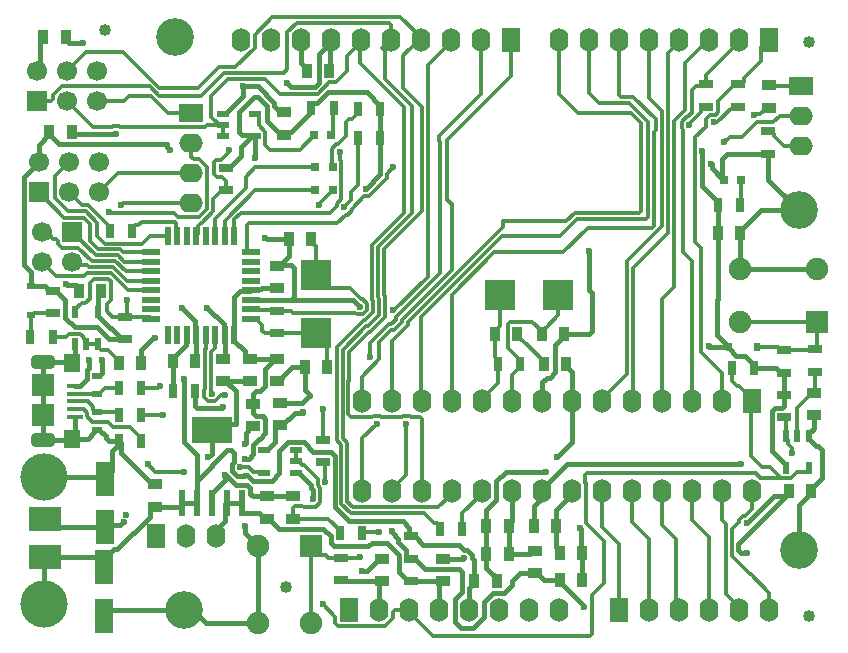
<source format=gtl>
G04*
G04 #@! TF.GenerationSoftware,Altium Limited,Altium Designer,20.1.7 (139)*
G04*
G04 Layer_Physical_Order=1*
G04 Layer_Color=255*
%FSLAX44Y44*%
%MOMM*%
G71*
G04*
G04 #@! TF.SameCoordinates,E8198626-57D4-45C4-B418-2AD32184AFD2*
G04*
G04*
G04 #@! TF.FilePolarity,Positive*
G04*
G01*
G75*
%ADD17R,0.5588X0.6858*%
%ADD18R,1.9000X1.9000*%
%ADD19R,1.4000X1.6000*%
%ADD20R,1.3500X0.4000*%
%ADD21R,0.6858X0.5588*%
%ADD22R,1.3000X0.7000*%
%ADD23R,1.3000X0.9000*%
%ADD24R,0.7000X1.3000*%
%ADD25R,1.0000X0.5500*%
%ADD26R,0.5500X1.5000*%
%ADD27R,0.9000X1.3000*%
%ADD28R,0.5500X1.0000*%
%ADD29R,1.5000X0.5500*%
%ADD30R,0.9000X0.6000*%
%ADD31R,3.5000X2.2000*%
%ADD32R,1.6000X3.0000*%
%ADD33R,0.6000X2.2000*%
%ADD34R,2.5000X2.6000*%
%ADD35R,2.6000X2.5000*%
%ADD36R,2.7000X2.0000*%
%ADD43R,0.8000X0.8000*%
%ADD65R,1.9000X1.9000*%
%ADD66C,1.9000*%
%ADD71C,1.0160*%
%ADD72C,0.3000*%
%ADD73C,0.4000*%
%ADD74O,1.6000X2.0000*%
%ADD75R,1.6000X2.0000*%
%ADD76C,3.2000*%
G04:AMPARAMS|DCode=77|XSize=2mm|YSize=1.2mm|CornerRadius=0.36mm|HoleSize=0mm|Usage=FLASHONLY|Rotation=0.000|XOffset=0mm|YOffset=0mm|HoleType=Round|Shape=RoundedRectangle|*
%AMROUNDEDRECTD77*
21,1,2.0000,0.4800,0,0,0.0*
21,1,1.2800,1.2000,0,0,0.0*
1,1,0.7200,0.6400,-0.2400*
1,1,0.7200,-0.6400,-0.2400*
1,1,0.7200,-0.6400,0.2400*
1,1,0.7200,0.6400,0.2400*
%
%ADD77ROUNDEDRECTD77*%
%ADD78R,1.7000X1.7000*%
%ADD79C,1.7000*%
%ADD80O,2.0000X1.6000*%
%ADD81R,2.0000X1.6000*%
%ADD82C,4.0000*%
%ADD83C,0.6000*%
D17*
X600808Y247500D02*
D03*
X625192D02*
D03*
D18*
X20500Y190000D02*
D03*
Y216000D02*
D03*
X247500Y79500D02*
D03*
D19*
X45000Y170000D02*
D03*
Y234000D02*
D03*
D20*
X47250Y189000D02*
D03*
Y195500D02*
D03*
Y202000D02*
D03*
Y208500D02*
D03*
Y215000D02*
D03*
D21*
X10500Y274808D02*
D03*
Y299192D02*
D03*
D22*
X674000Y246000D02*
D03*
Y227000D02*
D03*
X273000Y69500D02*
D03*
X257000Y150500D02*
D03*
X634000Y430500D02*
D03*
X28500Y276500D02*
D03*
X257000Y169500D02*
D03*
X582000Y470500D02*
D03*
X609000D02*
D03*
X634000Y411500D02*
D03*
X648000Y245000D02*
D03*
Y188500D02*
D03*
X609000Y451500D02*
D03*
X582000D02*
D03*
X175000Y380500D02*
D03*
X90000Y273500D02*
D03*
X218440Y278740D02*
D03*
Y259740D02*
D03*
X332000Y87500D02*
D03*
Y68500D02*
D03*
D03*
X273000Y50500D02*
D03*
X648000Y226000D02*
D03*
X28500Y295500D02*
D03*
X648000Y207500D02*
D03*
X90000Y254500D02*
D03*
X175000Y399500D02*
D03*
X332000Y49500D02*
D03*
D23*
X673500Y190000D02*
D03*
Y209000D02*
D03*
X232000Y102500D02*
D03*
X635000Y469500D02*
D03*
X232000Y121500D02*
D03*
X307000Y68500D02*
D03*
X359000D02*
D03*
X224000Y446500D02*
D03*
X218440Y316840D02*
D03*
X195580Y219100D02*
D03*
X218440D02*
D03*
X172720D02*
D03*
X221000Y200500D02*
D03*
X115000Y131500D02*
D03*
X210000Y121500D02*
D03*
X635000Y450500D02*
D03*
X115000Y112500D02*
D03*
X172720Y238100D02*
D03*
X436880Y56540D02*
D03*
X198120Y181000D02*
D03*
X221000Y181500D02*
D03*
X224000Y427500D02*
D03*
X307000Y49500D02*
D03*
X436880Y75540D02*
D03*
X198120Y200000D02*
D03*
X218440Y297840D02*
D03*
X195580Y238100D02*
D03*
X218440D02*
D03*
X359000Y49500D02*
D03*
X210000Y102500D02*
D03*
D24*
X290500Y90000D02*
D03*
X271500D02*
D03*
X103480Y190500D02*
D03*
Y213360D02*
D03*
X356260Y93980D02*
D03*
X375260D02*
D03*
X103500Y168000D02*
D03*
X9500Y256000D02*
D03*
X287000Y425000D02*
D03*
Y449000D02*
D03*
X266500Y450000D02*
D03*
X610500Y368000D02*
D03*
X84500Y168000D02*
D03*
X84480Y190500D02*
D03*
Y213360D02*
D03*
X603500Y230000D02*
D03*
X405180Y233680D02*
D03*
X424180D02*
D03*
X77000Y346000D02*
D03*
X96000D02*
D03*
X28500Y256000D02*
D03*
X591500Y368000D02*
D03*
X247500Y450000D02*
D03*
X622500Y230000D02*
D03*
X306000Y425000D02*
D03*
Y449000D02*
D03*
X149200Y210820D02*
D03*
X130200D02*
D03*
D25*
X234500Y151000D02*
D03*
Y160500D02*
D03*
X172500Y436000D02*
D03*
Y426500D02*
D03*
X207500Y141500D02*
D03*
X199500Y445500D02*
D03*
X234500Y141500D02*
D03*
X172500Y445500D02*
D03*
X207500Y160500D02*
D03*
X199500Y426500D02*
D03*
D26*
X158000Y258000D02*
D03*
X166000D02*
D03*
X150000D02*
D03*
X182000Y342000D02*
D03*
X166000D02*
D03*
X174000D02*
D03*
X150000D02*
D03*
X134000D02*
D03*
X126000D02*
D03*
X174000Y258000D02*
D03*
X182000D02*
D03*
X142000D02*
D03*
X158000Y342000D02*
D03*
X142000D02*
D03*
X126000Y258000D02*
D03*
X134000D02*
D03*
D27*
X421640Y259080D02*
D03*
X444500Y233680D02*
D03*
X262500Y482000D02*
D03*
X610500Y344000D02*
D03*
X228500Y339000D02*
D03*
X461620Y259080D02*
D03*
X670500Y126000D02*
D03*
X454660Y96520D02*
D03*
X457860Y73660D02*
D03*
X395500Y96000D02*
D03*
X241960Y231140D02*
D03*
X404500Y50000D02*
D03*
X395500Y73000D02*
D03*
X50500Y295500D02*
D03*
X149200Y236220D02*
D03*
X103500Y234000D02*
D03*
X39500Y510000D02*
D03*
X44500Y430000D02*
D03*
X402640Y259080D02*
D03*
X442620D02*
D03*
X84500Y234000D02*
D03*
X247500Y339000D02*
D03*
X260960Y231140D02*
D03*
X435660Y96520D02*
D03*
X243500Y482000D02*
D03*
X385500Y50000D02*
D03*
X457860Y50800D02*
D03*
X591500Y344000D02*
D03*
X69500Y295500D02*
D03*
X651500Y126000D02*
D03*
X20500Y510000D02*
D03*
X25500Y430000D02*
D03*
X476860Y50800D02*
D03*
X463500Y233680D02*
D03*
X476860Y73660D02*
D03*
X414500Y96000D02*
D03*
Y73000D02*
D03*
X130200Y236220D02*
D03*
D28*
X668500Y172500D02*
D03*
X47500Y250500D02*
D03*
X668500Y145500D02*
D03*
X659000Y172500D02*
D03*
X649500D02*
D03*
X47500Y277500D02*
D03*
X57000Y250500D02*
D03*
X66500D02*
D03*
X649500Y145500D02*
D03*
X66500Y277500D02*
D03*
D29*
X196000Y288000D02*
D03*
Y328000D02*
D03*
X112000Y272000D02*
D03*
Y296000D02*
D03*
Y304000D02*
D03*
Y312000D02*
D03*
Y320000D02*
D03*
Y328000D02*
D03*
X196000Y280000D02*
D03*
Y272000D02*
D03*
Y296000D02*
D03*
X112000Y288000D02*
D03*
Y280000D02*
D03*
X196000Y304000D02*
D03*
Y312000D02*
D03*
Y320000D02*
D03*
D30*
X66040Y223280D02*
D03*
Y178040D02*
D03*
Y193040D02*
D03*
Y208280D02*
D03*
D31*
X163000Y178000D02*
D03*
D32*
X73000Y136500D02*
D03*
X72000Y20500D02*
D03*
Y61500D02*
D03*
X73000Y95500D02*
D03*
D33*
X163000Y116000D02*
D03*
X150300D02*
D03*
X137600D02*
D03*
X188400D02*
D03*
X175700D02*
D03*
D34*
X407300Y292100D02*
D03*
X456300D02*
D03*
D35*
X251460Y308980D02*
D03*
Y259980D02*
D03*
D36*
X22000Y70000D02*
D03*
Y102000D02*
D03*
D43*
X596500Y389000D02*
D03*
X611500D02*
D03*
X264500Y427000D02*
D03*
X249500D02*
D03*
X250500Y400000D02*
D03*
X265500D02*
D03*
Y381000D02*
D03*
X250500D02*
D03*
D65*
X675500Y269000D02*
D03*
D66*
Y314000D02*
D03*
X610500D02*
D03*
Y269000D02*
D03*
X247500Y14500D02*
D03*
X202500D02*
D03*
Y79500D02*
D03*
D71*
X72500Y516500D02*
D03*
X669000Y506000D02*
D03*
X226000Y45000D02*
D03*
X669000Y20000D02*
D03*
D72*
X493650Y95850D02*
X508000Y81500D01*
Y25400D02*
Y81500D01*
X330200Y23400D02*
Y25400D01*
X350100Y3500D02*
X483243D01*
X330200Y23400D02*
X350100Y3500D01*
X362243Y423257D02*
X362603Y422897D01*
X416560Y477575D02*
Y508000D01*
X362243Y423257D02*
X416560Y477575D01*
X356000Y422429D02*
Y426571D01*
X391160Y461731D01*
Y508000D01*
X366571Y313429D02*
Y368582D01*
X356000Y422429D02*
X356706Y421723D01*
X362603Y372550D02*
X366571Y368582D01*
X356706Y310635D02*
Y421723D01*
X362603Y372550D02*
Y422897D01*
X319000Y272929D02*
X356706Y310635D01*
X257000Y169500D02*
Y196500D01*
X473000Y446000D02*
X518000D01*
X457200Y461800D02*
X473000Y446000D01*
X518000D02*
X526500Y437500D01*
X524743Y361500D02*
X526500Y363257D01*
Y437500D01*
X532500Y357757D02*
Y438571D01*
X516205Y454866D02*
X532500Y438571D01*
X470500Y361500D02*
X524743D01*
X490834Y454866D02*
X516205D01*
X463500Y354500D02*
X470500Y361500D01*
X458000Y341500D02*
X472500Y356000D01*
X530743D01*
X532500Y357757D01*
X410000Y354500D02*
X463500D01*
X408784Y341500D02*
X458000D01*
X508000Y461624D02*
Y508000D01*
X520205Y459866D02*
X539500Y440571D01*
X509757Y459866D02*
X520205D01*
X508000Y461624D02*
X509757Y459866D01*
X537794Y350757D02*
Y430254D01*
X539500Y431960D02*
Y440571D01*
X537794Y430254D02*
X539500Y431960D01*
X549500Y344449D02*
Y496700D01*
X544500Y350393D02*
Y447800D01*
X533400Y458900D02*
X544500Y447800D01*
X554500Y439263D02*
X564000Y448763D01*
X549500Y496700D02*
X558800Y506000D01*
X554500Y298300D02*
Y439263D01*
X558800Y506000D02*
Y508000D01*
X544450Y288250D02*
X554500Y298300D01*
X520000Y314949D02*
X549500Y344449D01*
X515000Y320893D02*
X544500Y350393D01*
X536036Y349000D02*
X537794Y350757D01*
X481500Y349000D02*
X536036D01*
X515000Y225280D02*
Y320893D01*
X520000Y202880D02*
Y314949D01*
X460500Y328000D02*
X481500Y349000D01*
X346500Y486740D02*
X365760Y506000D01*
X317803Y278803D02*
X346500Y307500D01*
Y486740D01*
X341500Y363000D02*
Y451000D01*
X325000Y467500D02*
X341500Y451000D01*
X309000Y330500D02*
X341500Y363000D01*
X365760Y506000D02*
Y508000D01*
X402355Y328000D02*
X460500D01*
X544450Y201930D02*
Y288250D01*
X493650Y203930D02*
X515000Y225280D01*
X564000Y448763D02*
Y488500D01*
X519050Y201930D02*
X520000Y202880D01*
X482600Y463100D02*
X490834Y454866D01*
X117860Y213360D02*
X119500Y215000D01*
X103480Y213360D02*
X117860D01*
X650750Y165721D02*
X654500Y161970D01*
Y158000D02*
Y161970D01*
X165692Y202000D02*
X171192Y207500D01*
X156500Y205807D02*
X160307Y202000D01*
X165692D01*
X257000Y150500D02*
X257314D01*
X259314Y148500D01*
Y133399D02*
Y148500D01*
X240950Y147750D02*
X252814Y135886D01*
Y130706D02*
X255000Y128520D01*
X252814Y130706D02*
Y135886D01*
X255000Y116308D02*
Y128520D01*
X206680Y142320D02*
X207500Y141500D01*
X194320Y146000D02*
X198000Y142320D01*
X187500Y146000D02*
X194320D01*
X198000Y142320D02*
X206680D01*
X269950Y11900D02*
X309563D01*
X267900Y13950D02*
X269950Y11900D01*
X316300Y18637D02*
Y23643D01*
X309563Y11900D02*
X316300Y18637D01*
Y23643D02*
X318057Y25400D01*
X267900Y13950D02*
Y19600D01*
X318057Y25400D02*
X330200D01*
X257000Y30500D02*
X267900Y19600D01*
X109000Y148500D02*
X115500Y142000D01*
X140000D01*
X103480Y190500D02*
X121500D01*
X91500Y275000D02*
Y288000D01*
X90000Y273500D02*
X91500Y275000D01*
X86500Y368500D02*
X87800Y369800D01*
X254574Y370074D02*
X265500Y381000D01*
X254574Y369074D02*
Y370074D01*
X254000Y368500D02*
X254574Y369074D01*
X272808Y373000D02*
X273000D01*
X282000Y363808D02*
Y365000D01*
X269618Y352618D02*
X277000Y360000D01*
X269000Y367071D02*
Y369192D01*
X282000Y365000D02*
X292500Y375500D01*
X269000Y369192D02*
X272808Y373000D01*
X277000Y360000D02*
X278192D01*
X282000Y363808D01*
X263417Y361488D02*
X269000Y367071D01*
X273000Y373000D02*
Y405450D01*
X187559Y361488D02*
X263417D01*
X287000Y384692D02*
Y425000D01*
X281250Y378942D02*
X287000Y384692D01*
X281250Y372250D02*
Y378942D01*
X275500Y366500D02*
X281250Y372250D01*
X426100Y254080D02*
X444500Y235680D01*
X424640Y254080D02*
X426100D01*
X421640Y257080D02*
X424640Y254080D01*
X421640Y257080D02*
Y259080D01*
X442620D02*
Y261080D01*
X424180Y230680D02*
Y236680D01*
X413640Y267030D02*
X415690Y269080D01*
X434620D02*
X442620Y261080D01*
X413640Y247220D02*
Y267030D01*
X444500Y233680D02*
Y235680D01*
X415690Y269080D02*
X434620D01*
X413640Y247220D02*
X424180Y236680D01*
X442620Y259080D02*
Y261080D01*
X288500Y69500D02*
X288700Y69700D01*
X533400Y458900D02*
Y508000D01*
X562500Y328178D02*
Y431808D01*
X561000Y433308D02*
Y438692D01*
Y433308D02*
X562500Y431808D01*
Y328178D02*
X569850Y320828D01*
X278000Y116849D02*
X282619Y112230D01*
X273950Y171004D02*
Y221109D01*
X273000Y114778D02*
Y164883D01*
X251192Y112500D02*
X255000Y116308D01*
X273950Y171004D02*
X278000Y166954D01*
X268950Y223180D02*
X269000Y223230D01*
X240000Y147750D02*
X240950D01*
X239950Y113500D02*
X240950Y112500D01*
X269000Y247651D02*
X291849Y270500D01*
X273000Y114778D02*
X280778Y107000D01*
X278000Y116849D02*
Y166954D01*
X274000Y221159D02*
Y245580D01*
X268950Y168933D02*
Y223180D01*
X269000Y223230D02*
Y247651D01*
X236750Y151000D02*
X240000Y147750D01*
X240950Y112500D02*
X251192D01*
X274000Y245580D02*
X293920Y265500D01*
X273950Y221109D02*
X274000Y221159D01*
X268950Y168933D02*
X273000Y164883D01*
X234500Y151000D02*
X236750D01*
X174420Y207500D02*
X174789Y207132D01*
X171192Y207500D02*
X174420D01*
X162720Y208779D02*
X163000Y208500D01*
X162720Y208779D02*
Y244050D01*
X156500Y205807D02*
Y211192D01*
X285808Y275500D02*
X291192D01*
X293263Y270500D02*
X300000Y277237D01*
X316500Y278803D02*
X317803D01*
X291192Y288500D02*
X295000Y284692D01*
Y279308D02*
Y284692D01*
X291192Y275500D02*
X295000Y279308D01*
X291849Y270500D02*
X293263D01*
X293920Y265500D02*
X295334D01*
X304000Y289834D02*
X305000Y288834D01*
X295991Y260500D02*
X297405D01*
X310000Y273095D02*
Y290905D01*
X316500Y278803D02*
Y279621D01*
X284808Y276500D02*
X285808Y275500D01*
X280298Y297980D02*
X289778Y288500D01*
X232258Y276500D02*
X284808D01*
X300000Y277237D02*
Y286763D01*
X299000Y287763D02*
X300000Y286763D01*
X279000Y243509D02*
X295991Y260500D01*
X309000Y291905D02*
Y330500D01*
X297405Y260500D02*
X310000Y273095D01*
X309000Y291905D02*
X310000Y290905D01*
X289778Y288500D02*
X291192D01*
X299000Y287763D02*
Y334642D01*
X304000Y289834D02*
Y332571D01*
X295334Y265500D02*
X305000Y275166D01*
Y288834D01*
X279000Y219088D02*
Y243509D01*
X230018Y278740D02*
X232258Y276500D01*
X262460Y297980D02*
X280298D01*
X280778Y107000D02*
X343240D01*
X299000Y334642D02*
X326000Y361642D01*
X304000Y332571D02*
X332500Y361071D01*
X251460Y308980D02*
X262460Y297980D01*
X218440Y278740D02*
X230018D01*
X162500Y460500D02*
X177000Y475000D01*
X208639D01*
X221139Y462500D01*
X252778D02*
X262278Y472000D01*
X221139Y462500D02*
X252778D01*
X262278Y472000D02*
X268450D01*
X162500Y442800D02*
Y460500D01*
X268450Y472000D02*
X277761Y481311D01*
X78808Y434500D02*
X79308Y435000D01*
X63000Y434500D02*
X78808D01*
X79308Y435000D02*
X84692D01*
X41000Y456500D02*
X63000Y434500D01*
X84692Y435000D02*
X85192Y434500D01*
X157450D01*
X57100Y498000D02*
X88142D01*
X118642Y467500D01*
X151500D01*
X46300Y469200D02*
X47000Y468500D01*
X36729Y469200D02*
X46300D01*
X47000Y468500D02*
X110571D01*
X29000Y461471D02*
X36729Y469200D01*
X110571Y468500D02*
X118571Y460500D01*
X614722Y105000D02*
X620650Y110928D01*
X603500Y93778D02*
X609500Y99778D01*
Y101192D02*
X613308Y105000D01*
X614722D01*
X609500Y99778D02*
Y101192D01*
X620650Y110928D02*
Y125730D01*
X603500Y70722D02*
Y93778D01*
X627644Y137000D02*
X645300D01*
X481257Y141000D02*
X623643D01*
X627644Y137000D01*
X569850Y201930D02*
Y320828D01*
X577500Y243660D02*
Y332116D01*
X572500Y337116D02*
X577500Y332116D01*
Y243660D02*
X595250Y225910D01*
Y201930D02*
Y225910D01*
X610500Y269000D02*
X675500D01*
X674000Y246000D02*
X675500Y247500D01*
Y269000D01*
X648500Y245500D02*
X673500D01*
X674000Y246000D01*
X311500Y390807D02*
Y394500D01*
X317000Y400000D01*
X296192Y375500D02*
X311500Y390807D01*
X271345Y413152D02*
X271919Y412578D01*
Y406531D02*
X273000Y405450D01*
X271919Y406531D02*
Y412578D01*
X292500Y375500D02*
X296192D01*
X567500Y436000D02*
Y437000D01*
X577000Y446500D02*
Y449500D01*
X567500Y437000D02*
X577000Y446500D01*
X572500Y337116D02*
Y410808D01*
Y417192D02*
Y425571D01*
X572000Y411308D02*
Y416692D01*
X572500Y417192D01*
X572000Y411308D02*
X572500Y410808D01*
Y425571D02*
X581500Y434571D01*
X208500Y419000D02*
X212500Y415000D01*
X208500Y419000D02*
Y430200D01*
X203000Y435700D02*
X208500Y430200D01*
X212500Y415000D02*
X237500D01*
X177500Y413000D02*
Y414500D01*
X66400Y456500D02*
X88844D01*
X92844Y460500D01*
X111500D01*
X126000Y446000D01*
X118571Y460500D02*
X154000D01*
X126000Y446000D02*
X146000D01*
X171000Y406500D02*
X177500Y413000D01*
X203000Y435700D02*
Y444250D01*
X201750Y445500D02*
X203000Y444250D01*
X199500Y445500D02*
X201750D01*
X74143Y278135D02*
Y284193D01*
X78778Y273500D02*
X90000D01*
X74143Y278135D02*
X78778Y273500D01*
X59872Y288922D02*
Y301821D01*
X74143Y284193D02*
X77500Y287550D01*
X59400Y315500D02*
X79592D01*
X77521Y310500D02*
X92021Y296000D01*
X45000Y345400D02*
X64900Y325500D01*
X63551Y305500D02*
X75450D01*
X47679Y317321D02*
X57578D01*
X57705Y310500D02*
X77521D01*
X47500Y277500D02*
Y279750D01*
X79592Y315500D02*
X91092Y304000D01*
X66971Y330500D02*
X85805D01*
X66136Y341914D02*
X72550Y335500D01*
X91092Y304000D02*
X112000D01*
X60000Y337471D02*
X66971Y330500D01*
X45000Y320000D02*
X47679Y317321D01*
X64900Y325500D02*
X83734D01*
X56193Y285243D02*
X59872Y288922D01*
X104300Y335500D02*
X110800Y342000D01*
X90163Y312000D02*
X112000D01*
X31600Y308000D02*
X55205D01*
X61471Y320500D02*
X81663D01*
X75450Y305500D02*
X77500Y303450D01*
X89234Y320000D02*
X112000D01*
X85805Y330500D02*
X88305Y328000D01*
X92021Y296000D02*
X112000D01*
X19600Y320000D02*
X31600Y308000D01*
X47500Y279750D02*
X52993Y285243D01*
X88305Y328000D02*
X112000D01*
X55205Y308000D02*
X57705Y310500D01*
X52993Y285243D02*
X56193D01*
X83734Y325500D02*
X89234Y320000D01*
X59872Y301821D02*
X63551Y305500D01*
X57578Y317321D02*
X59400Y315500D01*
X77500Y287550D02*
Y303450D01*
X72550Y335500D02*
X104300D01*
X81663Y320500D02*
X90163Y312000D01*
X49971Y332000D02*
X61471Y320500D01*
X293313Y91500D02*
X304500D01*
X291157Y89343D02*
X293313Y91500D01*
X290500Y90000D02*
X291157Y89343D01*
X609600Y25400D02*
Y27400D01*
X618911Y55311D02*
X619589D01*
X635000Y39900D01*
X595250Y101250D02*
X598500Y98000D01*
Y38500D02*
X609600Y27400D01*
X598500Y38500D02*
Y98000D01*
X603500Y70722D02*
X618911Y55311D01*
X635000Y25400D02*
Y39900D01*
X595250Y101250D02*
Y125730D01*
X650750Y165721D02*
Y169000D01*
X667250Y142000D02*
X668500Y143250D01*
Y145500D01*
X658775Y142000D02*
X667250D01*
X653775Y137000D02*
X658775Y142000D01*
X645300Y137000D02*
X653775D01*
X649500Y170250D02*
Y187000D01*
X628879Y146378D02*
X635921D01*
X619500Y155757D02*
X628879Y146378D01*
X648000Y188500D02*
X649500Y187000D01*
Y170250D02*
X650750Y169000D01*
X635921Y146378D02*
X645300Y137000D01*
X603500Y219080D02*
Y230000D01*
X76500Y361500D02*
X131314D01*
X76000Y362000D02*
X76500Y361500D01*
X131314D02*
X134514Y358300D01*
X87800Y369800D02*
X146000D01*
X41273Y362957D02*
X56464D01*
X38400Y357400D02*
X54950D01*
X60000Y337471D02*
Y352350D01*
X58535Y367957D02*
X75000Y351492D01*
X56464Y362957D02*
X66136Y353285D01*
X54950Y357400D02*
X60000Y352350D01*
X66136Y341914D02*
Y353285D01*
X131743Y354000D02*
X132750Y352993D01*
X98000Y351000D02*
X101000D01*
X104000Y354000D01*
X132750Y343250D02*
Y352993D01*
X104000Y354000D02*
X131743D01*
X152764Y358300D02*
X159500Y365037D01*
X134514Y358300D02*
X152764D01*
X164500Y362966D02*
Y373000D01*
X159500Y365037D02*
Y399964D01*
X154101Y353300D02*
X154835D01*
X151250Y350450D02*
X154101Y353300D01*
X164500Y373000D02*
X172000Y380500D01*
X147758Y406700D02*
X152764D01*
X159500Y399964D01*
X154835Y353300D02*
X164500Y362966D01*
X146000Y408457D02*
Y420600D01*
Y408457D02*
X147758Y406700D01*
X166000Y356551D02*
X192000Y382551D01*
X166000Y342000D02*
Y356551D01*
X257000Y195500D02*
Y196500D01*
X257000Y196500D01*
X234500Y151000D02*
Y160500D01*
X234000Y113500D02*
X239950D01*
X232000Y102500D02*
Y111500D01*
X234000Y113500D01*
X271500Y90000D02*
Y93000D01*
X262000Y102500D02*
X271500Y93000D01*
X232000Y102500D02*
X262000D01*
X273000Y69500D02*
X288500D01*
X247500Y79500D02*
X255500Y71500D01*
X260000D01*
X262000Y69500D01*
X273000D01*
X247500Y14500D02*
Y79500D01*
X343240Y107000D02*
X351260Y98980D01*
X282619Y112230D02*
X355150D01*
X156500Y211192D02*
X157720Y212412D01*
Y246121D01*
X158000Y246401D01*
Y258000D01*
X75000Y245500D02*
X84500Y236000D01*
X69250Y245500D02*
X75000D01*
X66500Y248250D02*
X69250Y245500D01*
X162720Y244050D02*
X166000Y247330D01*
Y258000D01*
X62091Y184540D02*
X75490D01*
X79530Y180500D01*
X94000D02*
X103500Y171000D01*
Y168000D02*
Y171000D01*
X47250Y202000D02*
X58500D01*
X63040Y197460D01*
X57520Y189110D02*
Y192430D01*
X79530Y180500D02*
X94000D01*
X63040Y194540D02*
Y197460D01*
X64540Y193040D02*
X82480D01*
X47750Y195000D02*
X54950D01*
X57520Y192430D01*
X47250Y195500D02*
X47750Y195000D01*
X57520Y189110D02*
X62091Y184540D01*
X66040Y208280D02*
X67540D01*
X63040Y194540D02*
X64540Y193040D01*
X72620Y213360D02*
X84480D01*
X67540Y208280D02*
X72620Y213360D01*
X82480Y193040D02*
X84480Y191040D01*
Y190500D02*
Y191040D01*
X47250Y208500D02*
X47360Y208390D01*
X65930D01*
X66040Y208280D01*
X66500Y248250D02*
Y250500D01*
X84500Y234000D02*
Y236000D01*
X57000Y250500D02*
X66500D01*
X28500Y256000D02*
X39600D01*
X42600Y259000D01*
X51700D01*
X53750Y256950D01*
Y256000D02*
Y256950D01*
Y256000D02*
X57000Y252750D01*
Y250500D02*
Y252750D01*
X10000Y274308D02*
X10500Y274808D01*
X10000Y256500D02*
Y274308D01*
X9500Y256000D02*
X10000Y256500D01*
X12827Y276500D02*
X28500D01*
X11135Y274808D02*
X12827Y276500D01*
X10500Y274808D02*
X11135D01*
X110750Y273250D02*
X112000Y272000D01*
X101250Y273250D02*
X110750D01*
X101000Y273500D02*
X101250Y273250D01*
X90000Y273500D02*
X101000D01*
X251460Y259980D02*
X260960Y250480D01*
Y231140D02*
Y250480D01*
X218440Y259740D02*
X251220D01*
X251460Y259980D01*
X196000Y272000D02*
X200750D01*
X206139Y266611D01*
Y261861D02*
Y266611D01*
Y261861D02*
X208260Y259740D01*
X218440D01*
X251460Y308980D02*
Y333040D01*
X247500Y337000D02*
X251460Y333040D01*
X247500Y337000D02*
Y339000D01*
X196000Y280000D02*
X196630Y279370D01*
X217810D01*
X218440Y278740D01*
X200000Y381000D02*
X250500D01*
X174000Y355000D02*
X200000Y381000D01*
X182000Y342000D02*
Y355929D01*
X187559Y361488D01*
X174000Y342000D02*
Y355000D01*
X192000Y382551D02*
Y392000D01*
X200000Y400000D02*
X250500D01*
X192000Y392000D02*
X200000Y400000D01*
X172000Y380500D02*
X175000D01*
X165000Y394550D02*
X168025Y391525D01*
X171975D01*
X175000Y380500D02*
Y388500D01*
X165000Y394550D02*
Y404450D01*
X167050Y406500D01*
X171975Y391525D02*
X175000Y388500D01*
X167050Y406500D02*
X171000D01*
X264845Y400655D02*
Y415844D01*
X268501Y419500D02*
X269950D01*
X277000Y426550D01*
Y438500D01*
X264845Y400655D02*
X265500Y400000D01*
X264845Y415844D02*
X268501Y419500D01*
X193000Y350861D02*
X194757Y352618D01*
X193000Y329250D02*
Y350861D01*
X194757Y352618D02*
X269618D01*
X237500Y415000D02*
X249500Y427000D01*
X194250Y328000D02*
X196000D01*
X193000Y329250D02*
X194250Y328000D01*
X287000Y446000D02*
Y449000D01*
X281621Y440621D02*
X287000Y446000D01*
X279121Y440621D02*
X281621D01*
X277000Y438500D02*
X279121Y440621D01*
X326000Y361642D02*
Y451500D01*
X309500Y475071D02*
X332500Y452071D01*
Y361071D02*
Y452071D01*
X289000Y488500D02*
X326000Y451500D01*
X264500Y427000D02*
X265500Y428000D01*
Y449000D01*
X266500Y450000D01*
X36450Y332000D02*
X49971D01*
X19600Y345400D02*
X23388D01*
X29031Y339757D01*
X31243D01*
X33000Y338000D01*
Y335450D02*
Y338000D01*
Y335450D02*
X36450Y332000D01*
X75000Y348000D02*
Y351492D01*
X30100Y374129D02*
Y392500D01*
Y374129D02*
X41273Y362957D01*
X42100Y379100D02*
X53243Y367957D01*
X58535D01*
X75000Y348000D02*
X77000Y346000D01*
X16700Y379100D02*
X38400Y357400D01*
X132750Y343250D02*
X134000Y342000D01*
X96000Y346000D02*
Y349000D01*
X98000Y351000D01*
X110800Y342000D02*
X126000D01*
X30100Y392500D02*
X42100Y404500D01*
X145700Y395500D02*
X146000Y395200D01*
X83900Y395500D02*
X145700D01*
X67500Y379100D02*
X83900Y395500D01*
X289000Y488500D02*
Y505440D01*
X289560Y506000D01*
X277761Y494201D02*
X289000Y505440D01*
X158950Y436000D02*
X170250D01*
X289560Y506000D02*
Y508000D01*
X277761Y481311D02*
Y494201D01*
X173500Y480000D02*
X224000D01*
X154000Y460500D02*
X173500Y480000D01*
X151500Y467500D02*
X169000Y485000D01*
X183223D01*
X199460Y501237D01*
X170250Y436000D02*
X172500D01*
X167000Y439250D02*
X170250Y436000D01*
X166050Y439250D02*
X167000D01*
X162500Y442800D02*
X166050Y439250D01*
X172500Y426500D02*
Y436000D01*
X157450Y434500D02*
X158950Y436000D01*
X234997Y522500D02*
X313203D01*
X314960Y508000D02*
Y520743D01*
X313203Y522500D02*
X314960Y520743D01*
X227260Y514763D02*
X234997Y522500D01*
X340360Y508000D02*
Y510000D01*
X214597Y527500D02*
X322860D01*
X340360Y510000D01*
X199460Y512363D02*
X214597Y527500D01*
X224000Y480000D02*
X227260Y483260D01*
Y514763D01*
X199460Y501237D02*
Y512363D01*
X309500Y475071D02*
Y499500D01*
X41000Y481900D02*
X57100Y498000D01*
X27243Y456500D02*
X29000Y458257D01*
X15600Y456500D02*
X27243D01*
X29000Y458257D02*
Y461471D01*
X417450Y223950D02*
X424180Y230680D01*
X417450Y201930D02*
Y223950D01*
X456300Y274600D02*
Y292100D01*
X445780Y264080D02*
X456300Y274600D01*
X445620Y264080D02*
X445780D01*
X442620Y261080D02*
X445620Y264080D01*
X405180Y217060D02*
Y233680D01*
X392050Y203930D02*
X405180Y217060D01*
X392050Y201930D02*
Y203930D01*
X402640Y239220D02*
Y259080D01*
Y239220D02*
X405180Y236680D01*
Y233680D02*
Y236680D01*
X407300Y265740D02*
Y292100D01*
X402640Y261080D02*
X407300Y265740D01*
X402640Y259080D02*
Y261080D01*
X659000Y172500D02*
Y196500D01*
X671500Y209000D01*
X673500D01*
X674000Y209500D02*
Y227000D01*
X673500Y209000D02*
X674000Y209500D01*
X625192Y247500D02*
X642500D01*
X645000Y245000D01*
X648000D01*
X648500Y245500D01*
X610500Y368000D02*
X611000Y368500D01*
Y388500D01*
X611500Y389000D01*
X647500Y418200D02*
X662000D01*
X639000Y426700D02*
X647500Y418200D01*
X639000Y426700D02*
Y428500D01*
X637000Y430500D02*
X639000Y428500D01*
X634000Y430500D02*
X637000D01*
X635500Y469000D02*
X662000D01*
X635000Y469500D02*
X635500Y469000D01*
X622000Y444000D02*
X622812D01*
X623684Y444872D02*
X627372D01*
X622812Y444000D02*
X623684Y444872D01*
X627372D02*
X633000Y450500D01*
X596846Y422466D02*
X597881Y423500D01*
X602192Y426000D02*
X612500D01*
X597881Y423500D02*
X599692D01*
X602192Y426000D01*
X604308Y451500D02*
X609000D01*
X590807Y438000D02*
X604308Y451500D01*
X588000Y438000D02*
X590807D01*
X581500Y434571D02*
Y440692D01*
X596846Y421654D02*
Y422466D01*
X612500Y426000D02*
X624500Y438000D01*
X638450D02*
X644050Y443600D01*
X624500Y438000D02*
X638450D01*
X589949Y444500D02*
X592000Y446550D01*
X585308Y444500D02*
X589949D01*
X592000Y446550D02*
Y456500D01*
X581500Y440692D02*
X585308Y444500D01*
X620650Y201930D02*
Y203930D01*
X609825Y214755D02*
X620650Y203930D01*
X607825Y214755D02*
X609825D01*
X603500Y219080D02*
X607825Y214755D01*
X619500Y200780D02*
X620650Y201930D01*
X619500Y155757D02*
Y200780D01*
X479500Y139243D02*
X481257Y141000D01*
X479500Y132743D02*
Y139243D01*
X479750Y99250D02*
Y132493D01*
X479500Y132743D02*
X479750Y132493D01*
Y99250D02*
X495500Y83500D01*
X485000Y38000D02*
X495500Y48500D01*
Y83500D01*
X485000Y5257D02*
Y38000D01*
X483243Y3500D02*
X485000Y5257D01*
X150000Y342000D02*
X151250Y343250D01*
Y350450D01*
X633000Y450500D02*
X635000D01*
X644050Y443600D02*
X662000D01*
X561000Y438692D02*
X564808Y442500D01*
X565929D01*
X569850Y446421D01*
Y465350D01*
X577000Y449500D02*
X579000Y451500D01*
X582000D01*
X569850Y465350D02*
X573000Y468500D01*
X606000Y470500D02*
X612000D01*
X592000Y456500D02*
X606000Y470500D01*
X564000Y488500D02*
X583500Y508000D01*
X582000Y470500D02*
Y478500D01*
X609600Y506100D01*
Y508000D01*
X315850Y125730D02*
Y127730D01*
X328000Y139880D01*
Y183000D01*
X355150Y112230D02*
X366650Y123730D01*
X351260Y98980D02*
X354260D01*
X356260Y96980D01*
Y93980D02*
Y96980D01*
X306762Y188430D02*
X324238D01*
X331762D02*
X339493D01*
X325308Y189500D02*
X330692D01*
X331762Y188430D01*
X324238D02*
X325308Y189500D01*
X319000Y270808D02*
Y272929D01*
X313071Y267000D02*
X315192D01*
X297500Y251429D02*
X313071Y267000D01*
X324000Y268737D02*
Y270858D01*
Y261293D02*
Y261666D01*
X305000Y251858D02*
X315142Y262000D01*
X324000Y270858D02*
X366571Y313429D01*
X315192Y267000D02*
X319000Y270808D01*
X329000Y266666D02*
Y268787D01*
X317263Y262000D02*
X324000Y268737D01*
X315142Y262000D02*
X317263D01*
X329000Y268787D02*
X410000Y349787D01*
X324000Y261666D02*
X329000Y266666D01*
X366500Y202080D02*
Y292145D01*
X305000Y237429D02*
Y251858D01*
X297500Y242000D02*
Y251429D01*
X366500Y292145D02*
X402355Y328000D01*
X340500Y273216D02*
X408784Y341500D01*
X340500Y202680D02*
Y273216D01*
X410000Y349787D02*
Y354500D01*
X315850Y253143D02*
X324000Y261293D01*
X297500Y239500D02*
X297507Y239507D01*
Y241993D01*
X297500Y242000D02*
X297507Y241993D01*
X315850Y201930D02*
Y253143D01*
X290450Y125730D02*
Y170450D01*
X303000Y183000D01*
X281277Y188430D02*
X299238D01*
X300308Y189500D02*
X305692D01*
X306762Y188430D01*
X299238D02*
X300308Y189500D01*
X339493Y188430D02*
X341250Y186673D01*
Y125730D02*
Y186673D01*
X278950Y190757D02*
Y219038D01*
Y190757D02*
X281277Y188430D01*
X290450Y201930D02*
Y222879D01*
X305000Y237429D01*
X278950Y219038D02*
X279000Y219088D01*
X314485Y508000D02*
X314960D01*
X307743Y501257D02*
X309500Y499500D01*
X307743Y501257D02*
X314485Y508000D01*
X338842D02*
X340360D01*
X329849Y499006D02*
X338842Y508000D01*
X329506Y499006D02*
X329849D01*
X325000Y494500D02*
X329506Y499006D01*
X325000Y467500D02*
Y494500D01*
X340500Y202680D02*
X341250Y201930D01*
X392050Y123730D02*
Y125730D01*
X375260Y106940D02*
X392050Y123730D01*
X375260Y93980D02*
Y106940D01*
X366650Y123730D02*
Y125730D01*
X584200Y25400D02*
Y86800D01*
X569850Y101150D02*
X584200Y86800D01*
X569850Y101150D02*
Y125730D01*
X556500Y27700D02*
X558800Y25400D01*
X556500Y27700D02*
Y85500D01*
X544450Y97550D02*
Y125730D01*
Y97550D02*
X556500Y85500D01*
X533400Y25400D02*
Y85100D01*
X519050Y99450D02*
X533400Y85100D01*
X519050Y99450D02*
Y125730D01*
X493650Y95850D02*
Y125730D01*
X457200Y461800D02*
Y508000D01*
X482600Y463100D02*
Y508000D01*
X366500Y202080D02*
X366650Y201930D01*
X612000Y470500D02*
X614000Y472500D01*
Y475500D01*
X628500Y490000D01*
Y501500D01*
X635000Y508000D01*
X580000Y468500D02*
X582000Y470500D01*
X573000Y468500D02*
X580000D01*
X583500Y508000D02*
X584200D01*
X493650Y201930D02*
Y203930D01*
D73*
X167000Y88000D02*
Y93247D01*
X174700Y100947D01*
Y115000D01*
X175700Y116000D01*
X191101Y96500D02*
X191483Y96117D01*
Y90517D02*
Y96117D01*
Y90517D02*
X202500Y79500D01*
Y14500D02*
Y79500D01*
X321328Y57172D02*
Y72172D01*
X295657Y79500D02*
X298500Y82343D01*
X311157D01*
X321328Y72172D01*
X264000Y81843D02*
Y87657D01*
X332000Y49500D02*
X358100D01*
X329000D02*
X332000D01*
X266343Y79500D02*
X295657D01*
X257657Y94000D02*
X264000Y87657D01*
Y81843D02*
X266343Y79500D01*
X321328Y57172D02*
X329000Y49500D01*
X210000Y102500D02*
X212000D01*
X220500Y94000D01*
X257657D01*
X188400Y108000D02*
Y116000D01*
Y108000D02*
X189400Y107000D01*
X203500D01*
X208000Y102500D01*
X210000D01*
X175700Y116000D02*
X188400D01*
X358100Y49500D02*
X359000D01*
X355600Y25400D02*
Y47000D01*
X358100Y49500D01*
X455500Y154500D02*
X468250Y167250D01*
Y201930D01*
X150692Y196500D02*
X172000D01*
X149200Y197992D02*
X150692Y196500D01*
X149200Y197992D02*
Y210820D01*
X172000Y196500D02*
X172500Y197000D01*
X70500Y226240D02*
Y236500D01*
X67540Y223280D02*
X70500Y226240D01*
X57540Y228540D02*
X59500Y230500D01*
Y236500D01*
X476860Y50800D02*
Y73660D01*
X475633Y74887D02*
X476860Y73660D01*
X475633Y74887D02*
Y94175D01*
X475250Y94558D02*
X475633Y94175D01*
X248500Y119000D02*
Y127242D01*
X236750Y141500D02*
X247314Y130936D01*
Y128428D02*
Y130936D01*
Y128428D02*
X248500Y127242D01*
X174281Y139887D02*
X174334Y139834D01*
X190635Y139236D02*
X193306D01*
X191293Y152972D02*
Y153044D01*
Y152972D02*
X191383Y152883D01*
X184601Y139000D02*
X190399D01*
X180500Y143101D02*
Y148899D01*
X182000Y150400D01*
X180500Y143101D02*
X184601Y139000D01*
X182000Y150400D02*
Y158000D01*
X190399Y139000D02*
X190635Y139236D01*
X150300Y134300D02*
X176343Y160343D01*
X179657D01*
X182000Y158000D01*
X194383Y152883D02*
X198500Y157000D01*
X193306Y139236D02*
X197792Y134750D01*
X191383Y152883D02*
X194383D01*
X198500Y157000D02*
Y164907D01*
X197792Y134750D02*
X214157D01*
X220500Y141093D02*
Y159907D01*
X227843Y167250D01*
X214157Y134750D02*
X220500Y141093D01*
X227843Y167250D02*
X241157D01*
X75059Y97559D02*
X85825D01*
X88113Y99846D01*
X88654D01*
X115000Y112500D02*
X136600D01*
X137600Y113500D01*
Y116000D01*
X113000Y112500D02*
X115000D01*
X113000Y131500D02*
X115000D01*
X86000Y158500D02*
Y166500D01*
X86000D02*
X86000D01*
Y158500D02*
X113000Y131500D01*
X113616Y255646D02*
X115500D01*
X291000Y58500D02*
X295000D01*
X290500Y58000D02*
X291000Y58500D01*
X305000Y68500D02*
X307000D01*
X295000Y58500D02*
X305000Y68500D01*
X595000Y390500D02*
X596500Y389000D01*
X586383Y399117D02*
X595000Y390500D01*
X586383Y399117D02*
Y402617D01*
X586000Y403000D02*
X586383Y402617D01*
X483000Y295979D02*
Y329000D01*
Y295979D02*
X485000Y293979D01*
Y261500D02*
Y293979D01*
X461620Y259080D02*
X482580D01*
X485000Y261500D01*
X210041Y339000D02*
X228500D01*
X208541Y340500D02*
X210041Y339000D01*
X208000Y340500D02*
X208541D01*
X40793Y300000D02*
X48000D01*
X39379Y301414D02*
X40793Y300000D01*
X50500Y295500D02*
Y297500D01*
X48000Y300000D02*
X50500Y297500D01*
X28500Y295500D02*
X31500D01*
X39000Y288000D01*
Y272593D02*
Y288000D01*
X25500Y295500D02*
X28500D01*
X267500Y112500D02*
X279500Y100500D01*
X234500Y141500D02*
X236750D01*
X241157Y167250D02*
X249227Y159180D01*
X263977D01*
X267500Y155657D01*
Y112500D02*
Y155657D01*
X279500Y100500D02*
X325000D01*
X197743Y121500D02*
X210000D01*
X195400Y123843D02*
X197743Y121500D01*
X174500Y140000D02*
X183500Y131000D01*
X195400Y123843D02*
Y128657D01*
X193057Y131000D02*
X195400Y128657D01*
X183500Y131000D02*
X193057D01*
X163000Y116000D02*
Y124000D01*
X174117Y135118D01*
Y139617D01*
X174500Y140000D01*
X210000Y121500D02*
X232000D01*
X73000Y136500D02*
X79000Y142500D01*
Y159500D01*
X86000Y166500D01*
X84500Y168000D02*
X86000Y166500D01*
X66040Y178040D02*
X67540D01*
X73251Y172329D01*
Y170829D02*
Y172329D01*
Y170829D02*
X76080Y168000D01*
X84500D01*
X66040Y223280D02*
X67540D01*
X103500Y234000D02*
Y245530D01*
X113616Y255646D01*
X149250Y258750D02*
X150000Y258000D01*
X149250Y258750D02*
Y269750D01*
X138000Y281000D02*
X149250Y269750D01*
X163000Y157500D02*
Y178000D01*
X160000Y154500D02*
X163000Y157500D01*
X139500Y167343D02*
X150300Y156543D01*
Y134300D02*
Y156543D01*
X174720Y219100D02*
X195580D01*
X183500Y182343D02*
Y210320D01*
X163000Y178000D02*
X167343Y182343D01*
X183500D01*
X174720Y219100D02*
X183500Y210320D01*
X172720Y219100D02*
X174720D01*
X139500Y167343D02*
Y221000D01*
X173250Y258750D02*
X174000Y258000D01*
X173250Y258750D02*
Y267250D01*
X159500Y281000D02*
X173250Y267250D01*
X221000Y200500D02*
X239459D01*
X245459Y206500D01*
X246000D01*
X241960Y211081D02*
Y231140D01*
Y211081D02*
X246000Y207041D01*
Y206500D02*
Y207041D01*
X282500Y288000D02*
X288500Y282000D01*
X230657Y288000D02*
X282500D01*
X220600Y317000D02*
X230657D01*
X218600D02*
X220600D01*
X228500Y324900D01*
X233000Y290343D02*
Y314657D01*
X218440Y316840D02*
X218600Y317000D01*
X230657D02*
X233000Y314657D01*
X196000Y288000D02*
X230657D01*
X233000Y290343D01*
X149600Y257600D02*
X150000Y258000D01*
X149600Y236620D02*
Y257600D01*
X149200Y236220D02*
X149600Y236620D01*
X231460Y231140D02*
X241960D01*
X222940Y222620D02*
X231460Y231140D01*
X222940Y221600D02*
Y222620D01*
X220440Y219100D02*
X222940Y221600D01*
X218440Y219100D02*
X220440D01*
X228500Y324900D02*
Y339000D01*
X263330Y482830D02*
Y505170D01*
X264160Y506000D01*
X254000Y495840D02*
X263330Y505170D01*
X230000Y468000D02*
X250500D01*
X227000Y471000D02*
X230000Y468000D01*
X250500D02*
X254000Y471500D01*
X247500Y447000D02*
Y453000D01*
X254000Y471500D02*
Y495840D01*
X261556Y463500D02*
X294500D01*
X252556Y454500D02*
X261556Y463500D01*
X264160Y506000D02*
Y508000D01*
X247500Y453000D02*
X249000Y454500D01*
X252556D01*
X294500Y463500D02*
X306000Y452000D01*
Y449000D02*
Y452000D01*
Y425000D02*
Y449000D01*
X262500Y482000D02*
X263330Y482830D01*
X202000Y468500D02*
X216250Y454250D01*
X199101Y459601D02*
X202414D01*
X222000Y446500D02*
X224000D01*
X186500Y447000D02*
X199101Y459601D01*
X202414D02*
X210250Y451765D01*
X216250Y452250D02*
X222000Y446500D01*
X216250Y452250D02*
Y454250D01*
X210250Y439250D02*
Y451765D01*
X190000Y468500D02*
X202000D01*
X172500Y445500D02*
X174750D01*
X189617Y460368D01*
Y468117D01*
X190000Y468500D01*
X44500Y430000D02*
X46000Y428500D01*
X82000D01*
X39500Y508000D02*
Y510000D01*
Y508000D02*
X42000Y505500D01*
X54000D01*
X54000Y505500D01*
X45000Y170000D02*
X58000D01*
X63540Y175540D01*
Y177040D01*
X64540Y178040D01*
X66040D01*
X20500Y169000D02*
X44000D01*
X45000Y170000D01*
X47250Y172250D02*
Y189000D01*
X45000Y170000D02*
X47250Y172250D01*
X45000Y234000D02*
X47500Y236500D01*
Y250500D01*
X44000Y235000D02*
X45000Y234000D01*
X20500Y235000D02*
X44000D01*
X20500Y216000D02*
Y235000D01*
Y190000D02*
Y216000D01*
Y169000D02*
Y190000D01*
X21000Y138000D02*
X71500D01*
X73000Y136500D01*
X21000Y30000D02*
Y69000D01*
X22000Y70000D01*
X72000Y20500D02*
X76900Y25400D01*
X139700D01*
X158177Y14500D02*
X202500D01*
X147277Y25400D02*
X158177Y14500D01*
X139700Y25400D02*
X147277D01*
X442850Y201930D02*
Y217930D01*
X446647Y221727D01*
X449203D01*
X454162Y226685D01*
Y249622D01*
X461620Y257080D01*
Y259080D01*
X359000Y68500D02*
X359250Y68750D01*
X376250D01*
X376500Y69000D01*
X372657Y80343D02*
X377000Y76000D01*
X383500Y69500D02*
X385500Y67500D01*
X379399Y76000D02*
X383500Y71899D01*
Y69500D02*
Y71899D01*
X377000Y76000D02*
X379399D01*
X412000Y142000D02*
X446500D01*
X463620Y148500D02*
X611000D01*
X442850Y125730D02*
Y127730D01*
Y120483D02*
Y125730D01*
Y127730D02*
X463620Y148500D01*
X395500Y96000D02*
Y110209D01*
X404050Y118759D01*
Y134050D01*
X412000Y142000D01*
X395500Y60500D02*
Y73000D01*
Y60500D02*
X401500Y54500D01*
X402000D01*
X404500Y52000D01*
Y50000D02*
Y52000D01*
X395500Y73000D02*
Y96000D01*
X454660Y78860D02*
Y96520D01*
Y78860D02*
X457860Y75660D01*
Y73660D02*
Y75660D01*
X468250Y123730D02*
Y125730D01*
X454660Y110140D02*
X468250Y123730D01*
X454660Y96520D02*
Y110140D01*
X475250Y94016D02*
Y94558D01*
X651500Y126000D02*
Y128000D01*
X609000Y75843D02*
X611343Y73500D01*
X651500Y128000D02*
X654000Y130500D01*
X611343Y73500D02*
X616000D01*
X457860Y48800D02*
X477617Y29043D01*
Y28383D02*
Y29043D01*
Y28383D02*
X478000Y28000D01*
X609000Y75843D02*
Y81500D01*
X649000Y121500D01*
X668500Y172500D02*
Y174750D01*
X670907Y177157D01*
X671157D01*
X673500Y179500D01*
Y190000D01*
X668500Y170250D02*
Y172500D01*
Y170250D02*
X674907Y163843D01*
X676657D01*
X679500Y161000D01*
Y137000D02*
Y161000D01*
X670500Y126000D02*
Y128000D01*
X679500Y137000D01*
X660400Y76200D02*
Y113900D01*
X670500Y124000D01*
Y126000D01*
X600191Y248117D02*
X600808Y247500D01*
X584383Y248117D02*
X600191D01*
X584000Y248500D02*
X584383Y248117D01*
X651500Y124000D02*
Y126000D01*
X649000Y121500D02*
X651500Y124000D01*
X639000Y121500D02*
X649000D01*
X616000Y98500D02*
X639000Y121500D01*
X591000Y257943D02*
X600808Y248135D01*
X591000Y257943D02*
Y287642D01*
X591500Y288142D01*
X607173Y240500D02*
X615000D01*
X622500Y233000D01*
X591500Y288142D02*
Y344000D01*
Y368000D01*
X600808Y246865D02*
Y247500D01*
Y246865D02*
X607173Y240500D01*
X600808Y247500D02*
Y248135D01*
X610500Y314000D02*
X675500D01*
X610500Y344000D02*
X610500Y344000D01*
Y314000D02*
Y344000D01*
Y314000D02*
X610500Y314000D01*
X628000Y363500D02*
X660000D01*
X610500Y346000D02*
X628000Y363500D01*
X610500Y344000D02*
Y346000D01*
X595000Y390500D02*
Y407000D01*
X599500Y411500D02*
X634000D01*
X595000Y407000D02*
X599500Y411500D01*
X634000Y389500D02*
Y411500D01*
Y389500D02*
X660000Y363500D01*
X293500Y382000D02*
X306000Y394500D01*
Y425000D01*
X591500Y368000D02*
Y371000D01*
X578500Y384000D02*
X591500Y371000D01*
X578500Y384000D02*
Y414000D01*
X197250Y426500D02*
X199500D01*
Y426500D01*
Y407500D02*
Y426500D01*
X198750Y427250D02*
X199500Y426500D01*
X199500Y407500D02*
X199500Y407500D01*
X34000Y419500D02*
X125157D01*
X127500Y414500D02*
Y415041D01*
X125157Y417384D02*
X127500Y415041D01*
X125157Y417384D02*
Y419500D01*
X25500Y428000D02*
X34000Y419500D01*
X188000Y417250D02*
X197250Y426500D01*
X188000Y409500D02*
Y417250D01*
X178000Y399500D02*
X188000Y409500D01*
X175000Y399500D02*
X178000D01*
X186500Y429843D02*
Y447000D01*
X189093Y427250D02*
X198750D01*
X186500Y429843D02*
X189093Y427250D01*
X222000Y427500D02*
X224000D01*
X210250Y439250D02*
X222000Y427500D01*
X230500Y430000D02*
X247500Y447000D01*
X226500Y430000D02*
X230500D01*
X224000Y427500D02*
X226500Y430000D01*
X15600Y481900D02*
X18050Y484350D01*
Y507550D01*
X20500Y510000D01*
X16700Y404500D02*
Y419200D01*
X25500Y428000D01*
Y430000D01*
X4200Y317722D02*
X10500Y311422D01*
X4200Y317722D02*
Y392000D01*
X10500Y299192D02*
Y311422D01*
X4200Y392000D02*
X16700Y404500D01*
X75907Y254500D02*
X87000D01*
X90000D01*
X67250Y274249D02*
X87000Y254500D01*
X67250Y274249D02*
Y276750D01*
X66500Y277500D02*
X67250Y276750D01*
X47093Y264500D02*
X65907D01*
X39000Y272593D02*
X47093Y264500D01*
X65907D02*
X75907Y254500D01*
X66500Y277500D02*
Y290500D01*
X69500Y293500D01*
Y295500D01*
X10500Y299192D02*
X21808D01*
X25500Y295500D01*
X196120Y181000D02*
X198120D01*
X193620Y178500D02*
X196120Y181000D01*
X193620Y176500D02*
Y178500D01*
X191883Y174763D02*
X193620Y176500D01*
X191883Y166383D02*
Y174763D01*
X191500Y166000D02*
X191883Y166383D01*
X203468Y169875D02*
X203652D01*
X208620Y174843D01*
X198500Y164907D02*
X203468Y169875D01*
X219000Y181500D02*
X221000D01*
X216500Y179000D02*
X219000Y181500D01*
X216500Y167250D02*
Y179000D01*
X209750Y160500D02*
X216500Y167250D01*
X207500Y160500D02*
X209750D01*
X221000Y181500D02*
X223000D01*
X233617Y192117D01*
X240117D01*
X240500Y192500D01*
X304800Y25400D02*
Y47300D01*
X307000Y49500D01*
X315500Y91000D02*
Y92000D01*
Y91000D02*
X321250Y85250D01*
X329000Y68500D02*
X332000D01*
X321250Y82593D02*
Y85250D01*
X327500Y70000D02*
X329000Y68500D01*
X327500Y70000D02*
Y76343D01*
X321250Y82593D02*
X327500Y76343D01*
X306500Y50000D02*
X307000Y49500D01*
X273500Y50000D02*
X306500D01*
X273000Y50500D02*
X273500Y50000D01*
X375000Y40422D02*
Y57657D01*
X332000Y68500D02*
X335000D01*
X343500Y60000D01*
X372657D01*
X375000Y57657D01*
X373843Y10000D02*
X384571D01*
X369000Y14843D02*
X373843Y10000D01*
X369000Y14843D02*
Y34422D01*
X375000Y40422D01*
X381000Y25400D02*
Y43500D01*
X385500Y48000D01*
Y50000D01*
X384571Y10000D02*
X393700Y19129D01*
X410557Y39400D02*
X417518Y46361D01*
Y49678D02*
X424380Y56540D01*
X417518Y46361D02*
Y49678D01*
X401429Y39400D02*
X410557D01*
X393700Y19129D02*
Y31670D01*
X424380Y56540D02*
X436880D01*
X393700Y31670D02*
X401429Y39400D01*
X385500Y50000D02*
Y67500D01*
X444620Y50800D02*
X457860D01*
X438880Y56540D02*
X444620Y50800D01*
X436880Y56540D02*
X438880D01*
X457860Y48800D02*
Y50800D01*
X649500Y145500D02*
Y147750D01*
X637500Y193657D02*
X639843Y196000D01*
X637500Y159749D02*
X649500Y147750D01*
X637500Y159749D02*
Y193657D01*
X645657Y196000D02*
X648000Y198343D01*
X639843Y196000D02*
X645657D01*
X648000Y198343D02*
Y207500D01*
Y226000D01*
X622500Y230000D02*
X641000D01*
X645000Y226000D01*
X648000D01*
X622500Y230000D02*
Y233000D01*
X130200Y210820D02*
Y236220D01*
X141250Y257250D02*
X142000Y258000D01*
X141250Y249270D02*
Y257250D01*
X130200Y238220D02*
X141250Y249270D01*
X130200Y236220D02*
Y238220D01*
X414500Y73000D02*
X432340D01*
X434880Y75540D01*
X436880D01*
X414500Y73000D02*
Y96000D01*
X417450Y100950D02*
Y125730D01*
X414500Y98000D02*
X417450Y100950D01*
X414500Y96000D02*
Y98000D01*
X468250Y201930D02*
Y226930D01*
X463500Y231680D02*
X468250Y226930D01*
X463500Y231680D02*
Y233680D01*
X198120Y191843D02*
Y200000D01*
Y191843D02*
X200463Y189500D01*
X206277D01*
X208620Y187157D01*
Y174843D02*
Y187157D01*
X207940Y229600D02*
X216440Y238100D01*
X207940Y214803D02*
Y229600D01*
X203737Y210600D02*
X207940Y214803D01*
X200463Y210600D02*
X203737D01*
X198120Y208257D02*
X200463Y210600D01*
X198120Y200000D02*
Y208257D01*
X195580Y238100D02*
X216440D01*
X218440D01*
X182000Y253250D02*
Y258000D01*
Y253250D02*
X191080Y244170D01*
Y240600D02*
Y244170D01*
Y240600D02*
X193580Y238100D01*
X195580D01*
X195250Y295250D02*
X196000Y296000D01*
X187343Y295250D02*
X195250D01*
X182000Y289907D02*
X187343Y295250D01*
X182000Y258000D02*
Y289907D01*
X205940Y297840D02*
X218440D01*
X204850Y296750D02*
X205940Y297840D01*
X196750Y296750D02*
X204850D01*
X196000Y296000D02*
X196750Y296750D01*
X332000Y87500D02*
X335000D01*
X342157Y80343D01*
X372657D01*
X330500Y89000D02*
X332000Y87500D01*
X330500Y89000D02*
Y95000D01*
X325000Y100500D02*
X330500Y95000D01*
X150300Y116000D02*
Y134300D01*
X174000Y239380D02*
Y258000D01*
X172720Y238100D02*
X174000Y239380D01*
X137600Y116000D02*
X150300D01*
X72000Y64000D02*
Y68500D01*
Y61500D02*
Y64000D01*
Y68500D02*
X80000Y76500D01*
X82657D01*
X110500Y104343D01*
Y110000D01*
X113000Y112500D01*
X73000Y95500D02*
X75059Y97559D01*
X22000Y70000D02*
X66000D01*
X72000Y64000D01*
X28500Y95500D02*
X73000D01*
X22000Y102000D02*
X28500Y95500D01*
X57540Y220540D02*
Y228540D01*
X47250Y215000D02*
X52000D01*
X57540Y220540D01*
X238760Y488740D02*
X243500Y484000D01*
X238760Y488740D02*
Y508000D01*
X243500Y482000D02*
Y484000D01*
X435660Y113293D02*
X442850Y120483D01*
X435660Y96520D02*
Y113293D01*
D74*
X290450Y125730D02*
D03*
X315850D02*
D03*
X341250D02*
D03*
X366650D02*
D03*
X392050D02*
D03*
X417450D02*
D03*
X442850D02*
D03*
X468250D02*
D03*
X493650D02*
D03*
X519050D02*
D03*
X544450D02*
D03*
X569850D02*
D03*
X595250D02*
D03*
X620650D02*
D03*
X290450Y201930D02*
D03*
X315850D02*
D03*
X341250D02*
D03*
X366650D02*
D03*
X392050D02*
D03*
X417450D02*
D03*
X442850D02*
D03*
X468250D02*
D03*
X493650D02*
D03*
X519050D02*
D03*
X544450D02*
D03*
X569850D02*
D03*
X595250D02*
D03*
X365760Y508000D02*
D03*
X289560D02*
D03*
X340360D02*
D03*
X314960D02*
D03*
X391160D02*
D03*
X457200D02*
D03*
X482600D02*
D03*
X508000D02*
D03*
X533400D02*
D03*
X558800D02*
D03*
X584200D02*
D03*
X609600D02*
D03*
X264160D02*
D03*
X431800Y25400D02*
D03*
X406400D02*
D03*
X187960Y508000D02*
D03*
X635000Y25400D02*
D03*
X213360Y508000D02*
D03*
X609600Y25400D02*
D03*
X584200D02*
D03*
X558800D02*
D03*
X533400D02*
D03*
X330200D02*
D03*
X238760Y508000D02*
D03*
X381000Y25400D02*
D03*
X141600Y88000D02*
D03*
X304800Y25400D02*
D03*
X167000Y88000D02*
D03*
X355600Y25400D02*
D03*
X457200D02*
D03*
D75*
X620650Y201930D02*
D03*
X416560Y508000D02*
D03*
X635000D02*
D03*
X508000Y25400D02*
D03*
X116200Y88000D02*
D03*
X279400Y25400D02*
D03*
D76*
X132000Y510500D02*
D03*
X660000Y363500D02*
D03*
X660400Y76200D02*
D03*
X139700Y25400D02*
D03*
D77*
X20500Y169000D02*
D03*
Y235000D02*
D03*
D78*
X45000Y345400D02*
D03*
X15600Y456500D02*
D03*
X16700Y379100D02*
D03*
D79*
X19600Y345400D02*
D03*
X45000Y320000D02*
D03*
X19600D02*
D03*
X41000Y456500D02*
D03*
Y481900D02*
D03*
X67500Y404500D02*
D03*
X66400Y481900D02*
D03*
Y456500D02*
D03*
X42100Y379100D02*
D03*
Y404500D02*
D03*
X67500Y379100D02*
D03*
X16700Y404500D02*
D03*
X15600Y481900D02*
D03*
D80*
X662000Y418200D02*
D03*
Y443600D02*
D03*
X146000Y369800D02*
D03*
Y420600D02*
D03*
Y395200D02*
D03*
D81*
X662000Y469000D02*
D03*
X146000Y446000D02*
D03*
D82*
X21000Y138000D02*
D03*
Y30000D02*
D03*
D83*
X191101Y96500D02*
D03*
X119500Y215000D02*
D03*
X455500Y154500D02*
D03*
X654500Y158000D02*
D03*
X172500Y197000D02*
D03*
X70500Y236500D02*
D03*
X59500D02*
D03*
X259314Y133399D02*
D03*
X187500Y146000D02*
D03*
X191293Y153044D02*
D03*
X174281Y139887D02*
D03*
X257000Y30500D02*
D03*
X88654Y99846D02*
D03*
X140000Y142000D02*
D03*
X109000Y148500D02*
D03*
X121500Y190500D02*
D03*
X115500Y255646D02*
D03*
X91500Y288000D02*
D03*
X86500Y368500D02*
D03*
X254000D02*
D03*
X275500Y366500D02*
D03*
X288700Y69700D02*
D03*
X290500Y58000D02*
D03*
X586000Y403000D02*
D03*
X483000Y329000D02*
D03*
X208000Y340500D02*
D03*
X39379Y301414D02*
D03*
X248500Y119000D02*
D03*
X138000Y281000D02*
D03*
X160000Y154500D02*
D03*
X174789Y207132D02*
D03*
X139500Y221000D02*
D03*
X159500Y281000D02*
D03*
X163000Y208500D02*
D03*
X246000Y206500D02*
D03*
X288500Y282000D02*
D03*
X316500Y279621D02*
D03*
X227000Y471000D02*
D03*
X190000Y468500D02*
D03*
X82000Y428500D02*
D03*
X54000Y505500D02*
D03*
X376500Y69000D02*
D03*
X446500Y142000D02*
D03*
X475250Y94558D02*
D03*
X616000Y73500D02*
D03*
X478000Y28000D02*
D03*
X584000Y248500D02*
D03*
X616000Y98500D02*
D03*
X293500Y382000D02*
D03*
X317000Y400000D02*
D03*
X567500Y436000D02*
D03*
X578500Y414000D02*
D03*
X199500Y407500D02*
D03*
X177500Y414500D02*
D03*
X127500Y414500D02*
D03*
X191500Y166000D02*
D03*
X240500Y192500D02*
D03*
X315500Y92000D02*
D03*
X304500Y91500D02*
D03*
X76000Y362000D02*
D03*
X257000Y195500D02*
D03*
X90500Y106000D02*
D03*
X271345Y413152D02*
D03*
X622000Y444000D02*
D03*
X588000Y438000D02*
D03*
X596846Y421654D02*
D03*
X611000Y148500D02*
D03*
X328000Y183000D02*
D03*
X303000D02*
D03*
X297500Y239500D02*
D03*
M02*

</source>
